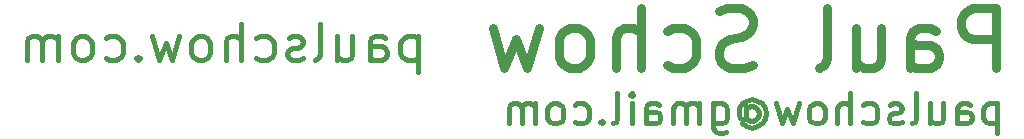
<source format=gbo>
G04 #@! TF.FileFunction,Legend,Bot*
%FSLAX46Y46*%
G04 Gerber Fmt 4.6, Leading zero omitted, Abs format (unit mm)*
G04 Created by KiCad (PCBNEW 4.0.2+e4-6225~38~ubuntu15.10.1-stable) date Wed 13 Jul 2016 03:17:13 PM MDT*
%MOMM*%
G01*
G04 APERTURE LIST*
%ADD10C,0.100000*%
%ADD11C,0.381000*%
%ADD12C,0.762000*%
G04 APERTURE END LIST*
D10*
D11*
X109582856Y-40095714D02*
X109582856Y-42635714D01*
X109582856Y-40216667D02*
X109340951Y-40095714D01*
X108857142Y-40095714D01*
X108615237Y-40216667D01*
X108494285Y-40337619D01*
X108373332Y-40579524D01*
X108373332Y-41305238D01*
X108494285Y-41547143D01*
X108615237Y-41668095D01*
X108857142Y-41789048D01*
X109340951Y-41789048D01*
X109582856Y-41668095D01*
X106196190Y-41789048D02*
X106196190Y-40458571D01*
X106317142Y-40216667D01*
X106559047Y-40095714D01*
X107042856Y-40095714D01*
X107284761Y-40216667D01*
X106196190Y-41668095D02*
X106438094Y-41789048D01*
X107042856Y-41789048D01*
X107284761Y-41668095D01*
X107405713Y-41426190D01*
X107405713Y-41184286D01*
X107284761Y-40942381D01*
X107042856Y-40821429D01*
X106438094Y-40821429D01*
X106196190Y-40700476D01*
X103898095Y-40095714D02*
X103898095Y-41789048D01*
X104986666Y-40095714D02*
X104986666Y-41426190D01*
X104865714Y-41668095D01*
X104623809Y-41789048D01*
X104260952Y-41789048D01*
X104019047Y-41668095D01*
X103898095Y-41547143D01*
X102325714Y-41789048D02*
X102567619Y-41668095D01*
X102688571Y-41426190D01*
X102688571Y-39249048D01*
X101479047Y-41668095D02*
X101237143Y-41789048D01*
X100753333Y-41789048D01*
X100511428Y-41668095D01*
X100390476Y-41426190D01*
X100390476Y-41305238D01*
X100511428Y-41063333D01*
X100753333Y-40942381D01*
X101116190Y-40942381D01*
X101358095Y-40821429D01*
X101479047Y-40579524D01*
X101479047Y-40458571D01*
X101358095Y-40216667D01*
X101116190Y-40095714D01*
X100753333Y-40095714D01*
X100511428Y-40216667D01*
X98213334Y-41668095D02*
X98455238Y-41789048D01*
X98939048Y-41789048D01*
X99180953Y-41668095D01*
X99301905Y-41547143D01*
X99422857Y-41305238D01*
X99422857Y-40579524D01*
X99301905Y-40337619D01*
X99180953Y-40216667D01*
X98939048Y-40095714D01*
X98455238Y-40095714D01*
X98213334Y-40216667D01*
X97124762Y-41789048D02*
X97124762Y-39249048D01*
X96036191Y-41789048D02*
X96036191Y-40458571D01*
X96157143Y-40216667D01*
X96399048Y-40095714D01*
X96761905Y-40095714D01*
X97003810Y-40216667D01*
X97124762Y-40337619D01*
X94463810Y-41789048D02*
X94705715Y-41668095D01*
X94826667Y-41547143D01*
X94947619Y-41305238D01*
X94947619Y-40579524D01*
X94826667Y-40337619D01*
X94705715Y-40216667D01*
X94463810Y-40095714D01*
X94100953Y-40095714D01*
X93859048Y-40216667D01*
X93738096Y-40337619D01*
X93617143Y-40579524D01*
X93617143Y-41305238D01*
X93738096Y-41547143D01*
X93859048Y-41668095D01*
X94100953Y-41789048D01*
X94463810Y-41789048D01*
X92770477Y-40095714D02*
X92286667Y-41789048D01*
X91802858Y-40579524D01*
X91319048Y-41789048D01*
X90835239Y-40095714D01*
X88295239Y-40579524D02*
X88416192Y-40458571D01*
X88658096Y-40337619D01*
X88900001Y-40337619D01*
X89141906Y-40458571D01*
X89262858Y-40579524D01*
X89383811Y-40821429D01*
X89383811Y-41063333D01*
X89262858Y-41305238D01*
X89141906Y-41426190D01*
X88900001Y-41547143D01*
X88658096Y-41547143D01*
X88416192Y-41426190D01*
X88295239Y-41305238D01*
X88295239Y-40337619D02*
X88295239Y-41305238D01*
X88174287Y-41426190D01*
X88053334Y-41426190D01*
X87811430Y-41305238D01*
X87690477Y-41063333D01*
X87690477Y-40458571D01*
X87932382Y-40095714D01*
X88295239Y-39853810D01*
X88779049Y-39732857D01*
X89262858Y-39853810D01*
X89625715Y-40095714D01*
X89867620Y-40458571D01*
X89988572Y-40942381D01*
X89867620Y-41426190D01*
X89625715Y-41789048D01*
X89262858Y-42030952D01*
X88779049Y-42151905D01*
X88295239Y-42030952D01*
X87932382Y-41789048D01*
X85513335Y-40095714D02*
X85513335Y-42151905D01*
X85634287Y-42393810D01*
X85755239Y-42514762D01*
X85997144Y-42635714D01*
X86360001Y-42635714D01*
X86601906Y-42514762D01*
X85513335Y-41668095D02*
X85755239Y-41789048D01*
X86239049Y-41789048D01*
X86480954Y-41668095D01*
X86601906Y-41547143D01*
X86722858Y-41305238D01*
X86722858Y-40579524D01*
X86601906Y-40337619D01*
X86480954Y-40216667D01*
X86239049Y-40095714D01*
X85755239Y-40095714D01*
X85513335Y-40216667D01*
X84303811Y-41789048D02*
X84303811Y-40095714D01*
X84303811Y-40337619D02*
X84182859Y-40216667D01*
X83940954Y-40095714D01*
X83578097Y-40095714D01*
X83336192Y-40216667D01*
X83215240Y-40458571D01*
X83215240Y-41789048D01*
X83215240Y-40458571D02*
X83094287Y-40216667D01*
X82852383Y-40095714D01*
X82489525Y-40095714D01*
X82247621Y-40216667D01*
X82126668Y-40458571D01*
X82126668Y-41789048D01*
X79828573Y-41789048D02*
X79828573Y-40458571D01*
X79949525Y-40216667D01*
X80191430Y-40095714D01*
X80675239Y-40095714D01*
X80917144Y-40216667D01*
X79828573Y-41668095D02*
X80070477Y-41789048D01*
X80675239Y-41789048D01*
X80917144Y-41668095D01*
X81038096Y-41426190D01*
X81038096Y-41184286D01*
X80917144Y-40942381D01*
X80675239Y-40821429D01*
X80070477Y-40821429D01*
X79828573Y-40700476D01*
X78619049Y-41789048D02*
X78619049Y-40095714D01*
X78619049Y-39249048D02*
X78740001Y-39370000D01*
X78619049Y-39490952D01*
X78498097Y-39370000D01*
X78619049Y-39249048D01*
X78619049Y-39490952D01*
X77046668Y-41789048D02*
X77288573Y-41668095D01*
X77409525Y-41426190D01*
X77409525Y-39249048D01*
X76079049Y-41547143D02*
X75958097Y-41668095D01*
X76079049Y-41789048D01*
X76200001Y-41668095D01*
X76079049Y-41547143D01*
X76079049Y-41789048D01*
X73780954Y-41668095D02*
X74022858Y-41789048D01*
X74506668Y-41789048D01*
X74748573Y-41668095D01*
X74869525Y-41547143D01*
X74990477Y-41305238D01*
X74990477Y-40579524D01*
X74869525Y-40337619D01*
X74748573Y-40216667D01*
X74506668Y-40095714D01*
X74022858Y-40095714D01*
X73780954Y-40216667D01*
X72329525Y-41789048D02*
X72571430Y-41668095D01*
X72692382Y-41547143D01*
X72813334Y-41305238D01*
X72813334Y-40579524D01*
X72692382Y-40337619D01*
X72571430Y-40216667D01*
X72329525Y-40095714D01*
X71966668Y-40095714D01*
X71724763Y-40216667D01*
X71603811Y-40337619D01*
X71482858Y-40579524D01*
X71482858Y-41305238D01*
X71603811Y-41547143D01*
X71724763Y-41668095D01*
X71966668Y-41789048D01*
X72329525Y-41789048D01*
X70394287Y-41789048D02*
X70394287Y-40095714D01*
X70394287Y-40337619D02*
X70273335Y-40216667D01*
X70031430Y-40095714D01*
X69668573Y-40095714D01*
X69426668Y-40216667D01*
X69305716Y-40458571D01*
X69305716Y-41789048D01*
X69305716Y-40458571D02*
X69184763Y-40216667D01*
X68942859Y-40095714D01*
X68580001Y-40095714D01*
X68338097Y-40216667D01*
X68217144Y-40458571D01*
X68217144Y-41789048D01*
X60488285Y-34398857D02*
X60488285Y-37446857D01*
X60488285Y-34544000D02*
X60197999Y-34398857D01*
X59617428Y-34398857D01*
X59327142Y-34544000D01*
X59181999Y-34689143D01*
X59036856Y-34979429D01*
X59036856Y-35850286D01*
X59181999Y-36140571D01*
X59327142Y-36285714D01*
X59617428Y-36430857D01*
X60197999Y-36430857D01*
X60488285Y-36285714D01*
X56424285Y-36430857D02*
X56424285Y-34834286D01*
X56569428Y-34544000D01*
X56859714Y-34398857D01*
X57440285Y-34398857D01*
X57730571Y-34544000D01*
X56424285Y-36285714D02*
X56714571Y-36430857D01*
X57440285Y-36430857D01*
X57730571Y-36285714D01*
X57875714Y-35995429D01*
X57875714Y-35705143D01*
X57730571Y-35414857D01*
X57440285Y-35269714D01*
X56714571Y-35269714D01*
X56424285Y-35124571D01*
X53666571Y-34398857D02*
X53666571Y-36430857D01*
X54972857Y-34398857D02*
X54972857Y-35995429D01*
X54827714Y-36285714D01*
X54537428Y-36430857D01*
X54102000Y-36430857D01*
X53811714Y-36285714D01*
X53666571Y-36140571D01*
X51779714Y-36430857D02*
X52070000Y-36285714D01*
X52215143Y-35995429D01*
X52215143Y-33382857D01*
X50763715Y-36285714D02*
X50473429Y-36430857D01*
X49892857Y-36430857D01*
X49602572Y-36285714D01*
X49457429Y-35995429D01*
X49457429Y-35850286D01*
X49602572Y-35560000D01*
X49892857Y-35414857D01*
X50328286Y-35414857D01*
X50618572Y-35269714D01*
X50763715Y-34979429D01*
X50763715Y-34834286D01*
X50618572Y-34544000D01*
X50328286Y-34398857D01*
X49892857Y-34398857D01*
X49602572Y-34544000D01*
X46844857Y-36285714D02*
X47135143Y-36430857D01*
X47715714Y-36430857D01*
X48006000Y-36285714D01*
X48151143Y-36140571D01*
X48296286Y-35850286D01*
X48296286Y-34979429D01*
X48151143Y-34689143D01*
X48006000Y-34544000D01*
X47715714Y-34398857D01*
X47135143Y-34398857D01*
X46844857Y-34544000D01*
X45538572Y-36430857D02*
X45538572Y-33382857D01*
X44232286Y-36430857D02*
X44232286Y-34834286D01*
X44377429Y-34544000D01*
X44667715Y-34398857D01*
X45103143Y-34398857D01*
X45393429Y-34544000D01*
X45538572Y-34689143D01*
X42345429Y-36430857D02*
X42635715Y-36285714D01*
X42780858Y-36140571D01*
X42926001Y-35850286D01*
X42926001Y-34979429D01*
X42780858Y-34689143D01*
X42635715Y-34544000D01*
X42345429Y-34398857D01*
X41910001Y-34398857D01*
X41619715Y-34544000D01*
X41474572Y-34689143D01*
X41329429Y-34979429D01*
X41329429Y-35850286D01*
X41474572Y-36140571D01*
X41619715Y-36285714D01*
X41910001Y-36430857D01*
X42345429Y-36430857D01*
X40313429Y-34398857D02*
X39732858Y-36430857D01*
X39152287Y-34979429D01*
X38571715Y-36430857D01*
X37991144Y-34398857D01*
X36830001Y-36140571D02*
X36684858Y-36285714D01*
X36830001Y-36430857D01*
X36975144Y-36285714D01*
X36830001Y-36140571D01*
X36830001Y-36430857D01*
X34072286Y-36285714D02*
X34362572Y-36430857D01*
X34943143Y-36430857D01*
X35233429Y-36285714D01*
X35378572Y-36140571D01*
X35523715Y-35850286D01*
X35523715Y-34979429D01*
X35378572Y-34689143D01*
X35233429Y-34544000D01*
X34943143Y-34398857D01*
X34362572Y-34398857D01*
X34072286Y-34544000D01*
X32330572Y-36430857D02*
X32620858Y-36285714D01*
X32766001Y-36140571D01*
X32911144Y-35850286D01*
X32911144Y-34979429D01*
X32766001Y-34689143D01*
X32620858Y-34544000D01*
X32330572Y-34398857D01*
X31895144Y-34398857D01*
X31604858Y-34544000D01*
X31459715Y-34689143D01*
X31314572Y-34979429D01*
X31314572Y-35850286D01*
X31459715Y-36140571D01*
X31604858Y-36285714D01*
X31895144Y-36430857D01*
X32330572Y-36430857D01*
X30008287Y-36430857D02*
X30008287Y-34398857D01*
X30008287Y-34689143D02*
X29863144Y-34544000D01*
X29572858Y-34398857D01*
X29137430Y-34398857D01*
X28847144Y-34544000D01*
X28702001Y-34834286D01*
X28702001Y-36430857D01*
X28702001Y-34834286D02*
X28556858Y-34544000D01*
X28266572Y-34398857D01*
X27831144Y-34398857D01*
X27540858Y-34544000D01*
X27395715Y-34834286D01*
X27395715Y-36430857D01*
D12*
X109437713Y-37096095D02*
X109437713Y-32016095D01*
X107502475Y-32016095D01*
X107018666Y-32258000D01*
X106776761Y-32499905D01*
X106534856Y-32983714D01*
X106534856Y-33709429D01*
X106776761Y-34193238D01*
X107018666Y-34435143D01*
X107502475Y-34677048D01*
X109437713Y-34677048D01*
X102180570Y-37096095D02*
X102180570Y-34435143D01*
X102422475Y-33951333D01*
X102906285Y-33709429D01*
X103873904Y-33709429D01*
X104357713Y-33951333D01*
X102180570Y-36854190D02*
X102664380Y-37096095D01*
X103873904Y-37096095D01*
X104357713Y-36854190D01*
X104599618Y-36370381D01*
X104599618Y-35886571D01*
X104357713Y-35402762D01*
X103873904Y-35160857D01*
X102664380Y-35160857D01*
X102180570Y-34918952D01*
X97584380Y-33709429D02*
X97584380Y-37096095D01*
X99761523Y-33709429D02*
X99761523Y-36370381D01*
X99519618Y-36854190D01*
X99035809Y-37096095D01*
X98310095Y-37096095D01*
X97826285Y-36854190D01*
X97584380Y-36612286D01*
X94439619Y-37096095D02*
X94923428Y-36854190D01*
X95165333Y-36370381D01*
X95165333Y-32016095D01*
X88875810Y-36854190D02*
X88150096Y-37096095D01*
X86940572Y-37096095D01*
X86456762Y-36854190D01*
X86214858Y-36612286D01*
X85972953Y-36128476D01*
X85972953Y-35644667D01*
X86214858Y-35160857D01*
X86456762Y-34918952D01*
X86940572Y-34677048D01*
X87908191Y-34435143D01*
X88392000Y-34193238D01*
X88633905Y-33951333D01*
X88875810Y-33467524D01*
X88875810Y-32983714D01*
X88633905Y-32499905D01*
X88392000Y-32258000D01*
X87908191Y-32016095D01*
X86698667Y-32016095D01*
X85972953Y-32258000D01*
X81618667Y-36854190D02*
X82102477Y-37096095D01*
X83070096Y-37096095D01*
X83553905Y-36854190D01*
X83795810Y-36612286D01*
X84037715Y-36128476D01*
X84037715Y-34677048D01*
X83795810Y-34193238D01*
X83553905Y-33951333D01*
X83070096Y-33709429D01*
X82102477Y-33709429D01*
X81618667Y-33951333D01*
X79441524Y-37096095D02*
X79441524Y-32016095D01*
X77264381Y-37096095D02*
X77264381Y-34435143D01*
X77506286Y-33951333D01*
X77990096Y-33709429D01*
X78715810Y-33709429D01*
X79199619Y-33951333D01*
X79441524Y-34193238D01*
X74119620Y-37096095D02*
X74603429Y-36854190D01*
X74845334Y-36612286D01*
X75087239Y-36128476D01*
X75087239Y-34677048D01*
X74845334Y-34193238D01*
X74603429Y-33951333D01*
X74119620Y-33709429D01*
X73393906Y-33709429D01*
X72910096Y-33951333D01*
X72668191Y-34193238D01*
X72426287Y-34677048D01*
X72426287Y-36128476D01*
X72668191Y-36612286D01*
X72910096Y-36854190D01*
X73393906Y-37096095D01*
X74119620Y-37096095D01*
X70732954Y-33709429D02*
X69765335Y-37096095D01*
X68797716Y-34677048D01*
X67830097Y-37096095D01*
X66862478Y-33709429D01*
M02*

</source>
